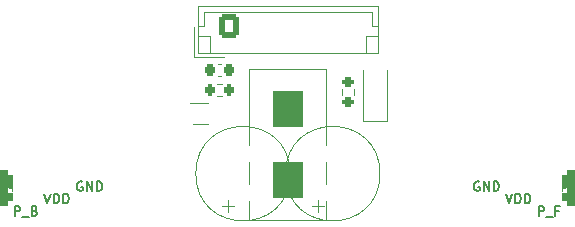
<source format=gto>
G04 #@! TF.GenerationSoftware,KiCad,Pcbnew,(6.0.5)*
G04 #@! TF.CreationDate,2022-05-28T17:46:07-04:00*
G04 #@! TF.ProjectId,spin-tgd-power,7370696e-2d74-4676-942d-706f7765722e,rev?*
G04 #@! TF.SameCoordinates,Original*
G04 #@! TF.FileFunction,Legend,Top*
G04 #@! TF.FilePolarity,Positive*
%FSLAX46Y46*%
G04 Gerber Fmt 4.6, Leading zero omitted, Abs format (unit mm)*
G04 Created by KiCad (PCBNEW (6.0.5)) date 2022-05-28 17:46:07*
%MOMM*%
%LPD*%
G01*
G04 APERTURE LIST*
G04 Aperture macros list*
%AMRoundRect*
0 Rectangle with rounded corners*
0 $1 Rounding radius*
0 $2 $3 $4 $5 $6 $7 $8 $9 X,Y pos of 4 corners*
0 Add a 4 corners polygon primitive as box body*
4,1,4,$2,$3,$4,$5,$6,$7,$8,$9,$2,$3,0*
0 Add four circle primitives for the rounded corners*
1,1,$1+$1,$2,$3*
1,1,$1+$1,$4,$5*
1,1,$1+$1,$6,$7*
1,1,$1+$1,$8,$9*
0 Add four rect primitives between the rounded corners*
20,1,$1+$1,$2,$3,$4,$5,0*
20,1,$1+$1,$4,$5,$6,$7,0*
20,1,$1+$1,$6,$7,$8,$9,0*
20,1,$1+$1,$8,$9,$2,$3,0*%
G04 Aperture macros list end*
%ADD10C,0.200000*%
%ADD11C,0.120000*%
%ADD12C,1.800000*%
%ADD13C,3.000000*%
%ADD14RoundRect,0.250000X-0.600000X-0.725000X0.600000X-0.725000X0.600000X0.725000X-0.600000X0.725000X0*%
%ADD15O,1.700000X1.950000*%
%ADD16RoundRect,0.375000X-0.375000X-1.125000X0.375000X-1.125000X0.375000X1.125000X-0.375000X1.125000X0*%
%ADD17RoundRect,0.375000X-0.375000X-0.375000X0.375000X-0.375000X0.375000X0.375000X-0.375000X0.375000X0*%
%ADD18R,1.700000X1.300000*%
%ADD19RoundRect,0.200000X0.200000X0.275000X-0.200000X0.275000X-0.200000X-0.275000X0.200000X-0.275000X0*%
%ADD20C,2.200000*%
%ADD21C,2.700000*%
%ADD22RoundRect,0.225000X-0.225000X-0.250000X0.225000X-0.250000X0.225000X0.250000X-0.225000X0.250000X0*%
%ADD23RoundRect,1.500000X-1.250000X0.000000X-1.250000X0.000000X1.250000X0.000000X1.250000X0.000000X0*%
%ADD24C,2.500000*%
%ADD25RoundRect,0.200000X1.044501X0.807167X-0.500981X1.221277X-1.044501X-0.807167X0.500981X-1.221277X0*%
%ADD26RoundRect,0.200000X-1.044501X-0.807167X0.500981X-1.221277X1.044501X0.807167X-0.500981X1.221277X0*%
%ADD27R,0.700000X0.340000*%
%ADD28RoundRect,0.200000X0.500981X1.221277X-1.044501X0.807167X-0.500981X-1.221277X1.044501X-0.807167X0*%
%ADD29RoundRect,0.200000X-0.500981X-1.221277X1.044501X-0.807167X0.500981X1.221277X-1.044501X0.807167X0*%
%ADD30RoundRect,0.200000X-0.275000X0.200000X-0.275000X-0.200000X0.275000X-0.200000X0.275000X0.200000X0*%
G04 APERTURE END LIST*
D10*
X18469047Y-16711904D02*
X18735714Y-17511904D01*
X19002380Y-16711904D01*
X19269047Y-17511904D02*
X19269047Y-16711904D01*
X19459523Y-16711904D01*
X19573809Y-16750000D01*
X19649999Y-16826190D01*
X19688094Y-16902380D01*
X19726190Y-17054761D01*
X19726190Y-17169047D01*
X19688094Y-17321428D01*
X19649999Y-17397619D01*
X19573809Y-17473809D01*
X19459523Y-17511904D01*
X19269047Y-17511904D01*
X20069047Y-17511904D02*
X20069047Y-16711904D01*
X20259523Y-16711904D01*
X20373809Y-16750000D01*
X20449999Y-16826190D01*
X20488094Y-16902380D01*
X20526190Y-17054761D01*
X20526190Y-17169047D01*
X20488094Y-17321428D01*
X20449999Y-17397619D01*
X20373809Y-17473809D01*
X20259523Y-17511904D01*
X20069047Y-17511904D01*
X-20623809Y-16711904D02*
X-20357143Y-17511904D01*
X-20090476Y-16711904D01*
X-19823809Y-17511904D02*
X-19823809Y-16711904D01*
X-19633333Y-16711904D01*
X-19519047Y-16750000D01*
X-19442857Y-16826190D01*
X-19404762Y-16902380D01*
X-19366666Y-17054761D01*
X-19366666Y-17169047D01*
X-19404762Y-17321428D01*
X-19442857Y-17397619D01*
X-19519047Y-17473809D01*
X-19633333Y-17511904D01*
X-19823809Y-17511904D01*
X-19023809Y-17511904D02*
X-19023809Y-16711904D01*
X-18833333Y-16711904D01*
X-18719047Y-16750000D01*
X-18642857Y-16826190D01*
X-18604762Y-16902380D01*
X-18566666Y-17054761D01*
X-18566666Y-17169047D01*
X-18604762Y-17321428D01*
X-18642857Y-17397619D01*
X-18719047Y-17473809D01*
X-18833333Y-17511904D01*
X-19023809Y-17511904D01*
X-17409523Y-15700000D02*
X-17485714Y-15661904D01*
X-17600000Y-15661904D01*
X-17714285Y-15700000D01*
X-17790476Y-15776190D01*
X-17828571Y-15852380D01*
X-17866666Y-16004761D01*
X-17866666Y-16119047D01*
X-17828571Y-16271428D01*
X-17790476Y-16347619D01*
X-17714285Y-16423809D01*
X-17600000Y-16461904D01*
X-17523809Y-16461904D01*
X-17409523Y-16423809D01*
X-17371428Y-16385714D01*
X-17371428Y-16119047D01*
X-17523809Y-16119047D01*
X-17028571Y-16461904D02*
X-17028571Y-15661904D01*
X-16571428Y-16461904D01*
X-16571428Y-15661904D01*
X-16190476Y-16461904D02*
X-16190476Y-15661904D01*
X-16000000Y-15661904D01*
X-15885714Y-15700000D01*
X-15809523Y-15776190D01*
X-15771428Y-15852380D01*
X-15733333Y-16004761D01*
X-15733333Y-16119047D01*
X-15771428Y-16271428D01*
X-15809523Y-16347619D01*
X-15885714Y-16423809D01*
X-16000000Y-16461904D01*
X-16190476Y-16461904D01*
X-23114285Y-18561904D02*
X-23114285Y-17761904D01*
X-22809523Y-17761904D01*
X-22733333Y-17800000D01*
X-22695238Y-17838095D01*
X-22657142Y-17914285D01*
X-22657142Y-18028571D01*
X-22695238Y-18104761D01*
X-22733333Y-18142857D01*
X-22809523Y-18180952D01*
X-23114285Y-18180952D01*
X-22504761Y-18638095D02*
X-21895238Y-18638095D01*
X-21438095Y-18142857D02*
X-21323809Y-18180952D01*
X-21285714Y-18219047D01*
X-21247619Y-18295238D01*
X-21247619Y-18409523D01*
X-21285714Y-18485714D01*
X-21323809Y-18523809D01*
X-21400000Y-18561904D01*
X-21704761Y-18561904D01*
X-21704761Y-17761904D01*
X-21438095Y-17761904D01*
X-21361904Y-17800000D01*
X-21323809Y-17838095D01*
X-21285714Y-17914285D01*
X-21285714Y-17990476D01*
X-21323809Y-18066666D01*
X-21361904Y-18104761D01*
X-21438095Y-18142857D01*
X-21704761Y-18142857D01*
X21242857Y-18561904D02*
X21242857Y-17761904D01*
X21547619Y-17761904D01*
X21623809Y-17800000D01*
X21661904Y-17838095D01*
X21700000Y-17914285D01*
X21700000Y-18028571D01*
X21661904Y-18104761D01*
X21623809Y-18142857D01*
X21547619Y-18180952D01*
X21242857Y-18180952D01*
X21852380Y-18638095D02*
X22461904Y-18638095D01*
X22919047Y-18142857D02*
X22652380Y-18142857D01*
X22652380Y-18561904D02*
X22652380Y-17761904D01*
X23033333Y-17761904D01*
X16190476Y-15700000D02*
X16114285Y-15661904D01*
X16000000Y-15661904D01*
X15885714Y-15700000D01*
X15809523Y-15776190D01*
X15771428Y-15852380D01*
X15733333Y-16004761D01*
X15733333Y-16119047D01*
X15771428Y-16271428D01*
X15809523Y-16347619D01*
X15885714Y-16423809D01*
X16000000Y-16461904D01*
X16076190Y-16461904D01*
X16190476Y-16423809D01*
X16228571Y-16385714D01*
X16228571Y-16119047D01*
X16076190Y-16119047D01*
X16571428Y-16461904D02*
X16571428Y-15661904D01*
X17028571Y-16461904D01*
X17028571Y-15661904D01*
X17409523Y-16461904D02*
X17409523Y-15661904D01*
X17600000Y-15661904D01*
X17714285Y-15700000D01*
X17790476Y-15776190D01*
X17828571Y-15852380D01*
X17866666Y-16004761D01*
X17866666Y-16119047D01*
X17828571Y-16271428D01*
X17790476Y-16347619D01*
X17714285Y-16423809D01*
X17600000Y-16461904D01*
X17409523Y-16461904D01*
D11*
X-5050000Y-18250000D02*
X-5050000Y-17250000D01*
X-5550000Y-17750000D02*
X-4550000Y-17750000D01*
X200000Y-15000000D02*
G75*
G03*
X200000Y-15000000I-4000000J0D01*
G01*
X-7910000Y-2610000D02*
X-7910000Y-5110000D01*
X7110000Y-2500000D02*
X7610000Y-2500000D01*
X-7610000Y-790000D02*
X-7610000Y-4810000D01*
X-7110000Y-1290000D02*
X7110000Y-1290000D01*
X-7910000Y-5110000D02*
X-5410000Y-5110000D01*
X-7110000Y-2500000D02*
X-7110000Y-1290000D01*
X-6610000Y-3310000D02*
X-6610000Y-4810000D01*
X6610000Y-3310000D02*
X6610000Y-4810000D01*
X7610000Y-3310000D02*
X6610000Y-3310000D01*
X-7610000Y-3310000D02*
X-6610000Y-3310000D01*
X7610000Y-4810000D02*
X7610000Y-790000D01*
X-7610000Y-4810000D02*
X7610000Y-4810000D01*
X7610000Y-790000D02*
X-7610000Y-790000D01*
X-7610000Y-2500000D02*
X-7110000Y-2500000D01*
X7110000Y-1290000D02*
X7110000Y-2500000D01*
X8400000Y-10550000D02*
X8400000Y-6250000D01*
X6400000Y-10550000D02*
X8400000Y-10550000D01*
X6400000Y-6250000D02*
X6400000Y-10550000D01*
X-5562742Y-8422500D02*
X-6037258Y-8422500D01*
X-5562742Y-7377500D02*
X-6037258Y-7377500D01*
X2050000Y-17750000D02*
X3050000Y-17750000D01*
X2550000Y-18250000D02*
X2550000Y-17250000D01*
X7800000Y-15000000D02*
G75*
G03*
X7800000Y-15000000I-4000000J0D01*
G01*
X-5940580Y-5740000D02*
X-5659420Y-5740000D01*
X-5940580Y-6760000D02*
X-5659420Y-6760000D01*
X-3250000Y-18900000D02*
X-3250000Y-6100000D01*
X-3250000Y-6100000D02*
X3250000Y-6100000D01*
X3250000Y-18900000D02*
X-3250000Y-18900000D01*
X3250000Y-6100000D02*
X3250000Y-18900000D01*
X-8300000Y-9000000D02*
X-6750000Y-9000000D01*
X-6750000Y-10800000D02*
X-8050000Y-10800000D01*
X5622500Y-7862742D02*
X5622500Y-8337258D01*
X4577500Y-7862742D02*
X4577500Y-8337258D01*
%LPC*%
D12*
X-3800000Y-16650000D03*
X-3800000Y-13350000D03*
D13*
X-13000000Y-15000000D03*
D14*
X-5000000Y-2500000D03*
D15*
X-2500000Y-2500000D03*
X0Y-2500000D03*
X2500000Y-2500000D03*
X5000000Y-2500000D03*
D16*
X24000000Y-16250000D03*
D17*
X24000000Y-17000000D03*
D18*
X7400000Y-9750000D03*
X7400000Y-6250000D03*
D19*
X-4975000Y-7900000D03*
X-6625000Y-7900000D03*
D20*
X24000000Y-7300000D03*
D21*
X13000000Y-5500000D03*
X13000000Y-2000000D03*
D12*
X3800000Y-16650000D03*
X3800000Y-13350000D03*
D22*
X-6575000Y-6250000D03*
X-5025000Y-6250000D03*
D23*
X0Y-9500000D03*
X0Y-15500000D03*
D24*
X-18000000Y-6000000D03*
D21*
X-13000000Y-2000000D03*
X-13000000Y-5500000D03*
D25*
X17356997Y-13836216D03*
D26*
X17745225Y-12387327D03*
X20643003Y-13163784D03*
D25*
X20254775Y-14612673D03*
D20*
X18000000Y-6000000D03*
D27*
X-8150000Y-9400000D03*
X-8150000Y-9900000D03*
X-8150000Y-10400000D03*
X-6650000Y-10400000D03*
X-6650000Y-9900000D03*
X-6650000Y-9400000D03*
D28*
X-20254775Y-14612673D03*
D29*
X-20643003Y-13163784D03*
D28*
X-17356997Y-13836216D03*
D29*
X-17745225Y-12387327D03*
D16*
X-24000000Y-16250000D03*
D17*
X-24000000Y-17000000D03*
D30*
X5100000Y-7275000D03*
X5100000Y-8925000D03*
D20*
X-24000000Y-7300000D03*
M02*

</source>
